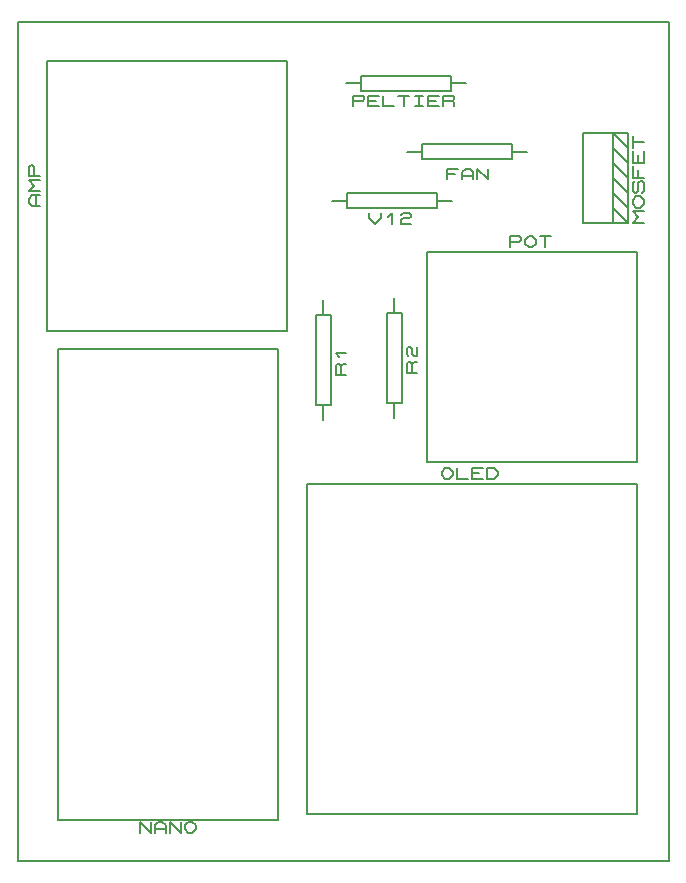
<source format=gbr>
G04 PROTEUS RS274X GERBER FILE*
%FSLAX45Y45*%
%MOMM*%
G01*
%ADD16C,0.203200*%
D16*
X-2900000Y-8200000D02*
X+2613000Y-8200000D01*
X+2613000Y-1097600D01*
X-2900000Y-1097600D01*
X-2900000Y-8200000D01*
X-2559700Y-7856200D02*
X-695400Y-7856200D01*
X-695400Y-3864200D01*
X-2559700Y-3864200D01*
X-2559700Y-7856200D01*
X-1866000Y-7962080D02*
X-1866000Y-7870640D01*
X-1770750Y-7962080D01*
X-1770750Y-7870640D01*
X-1739000Y-7962080D02*
X-1739000Y-7901120D01*
X-1707250Y-7870640D01*
X-1675500Y-7870640D01*
X-1643750Y-7901120D01*
X-1643750Y-7962080D01*
X-1739000Y-7931600D02*
X-1643750Y-7931600D01*
X-1612000Y-7962080D02*
X-1612000Y-7870640D01*
X-1516750Y-7962080D01*
X-1516750Y-7870640D01*
X-1485000Y-7901120D02*
X-1453250Y-7870640D01*
X-1421500Y-7870640D01*
X-1389750Y-7901120D01*
X-1389750Y-7931600D01*
X-1421500Y-7962080D01*
X-1453250Y-7962080D01*
X-1485000Y-7931600D01*
X-1485000Y-7901120D01*
X-451700Y-7800300D02*
X+2342300Y-7800300D01*
X+2342300Y-5006300D01*
X-451700Y-5006300D01*
X-451700Y-7800300D01*
X+691300Y-4904700D02*
X+723050Y-4874220D01*
X+754800Y-4874220D01*
X+786550Y-4904700D01*
X+786550Y-4935180D01*
X+754800Y-4965660D01*
X+723050Y-4965660D01*
X+691300Y-4935180D01*
X+691300Y-4904700D01*
X+818300Y-4874220D02*
X+818300Y-4965660D01*
X+913550Y-4965660D01*
X+1040550Y-4965660D02*
X+945300Y-4965660D01*
X+945300Y-4874220D01*
X+1040550Y-4874220D01*
X+945300Y-4919940D02*
X+1008800Y-4919940D01*
X+1072300Y-4965660D02*
X+1072300Y-4874220D01*
X+1135800Y-4874220D01*
X+1167550Y-4904700D01*
X+1167550Y-4935180D01*
X+1135800Y-4965660D01*
X+1072300Y-4965660D01*
X-2652000Y-3711000D02*
X-620000Y-3711000D01*
X-620000Y-1425000D01*
X-2652000Y-1425000D01*
X-2652000Y-3711000D01*
X-2712640Y-2658500D02*
X-2773600Y-2658500D01*
X-2804080Y-2626750D01*
X-2804080Y-2595000D01*
X-2773600Y-2563250D01*
X-2712640Y-2563250D01*
X-2743120Y-2658500D02*
X-2743120Y-2563250D01*
X-2712640Y-2531500D02*
X-2804080Y-2531500D01*
X-2758360Y-2483875D01*
X-2804080Y-2436250D01*
X-2712640Y-2436250D01*
X-2712640Y-2404500D02*
X-2804080Y-2404500D01*
X-2804080Y-2325125D01*
X-2788840Y-2309250D01*
X-2773600Y-2309250D01*
X-2758360Y-2325125D01*
X-2758360Y-2404500D01*
X+569000Y-4823700D02*
X+2347000Y-4823700D01*
X+2347000Y-3045700D01*
X+569000Y-3045700D01*
X+569000Y-4823700D01*
X+1267500Y-3005060D02*
X+1267500Y-2913620D01*
X+1346875Y-2913620D01*
X+1362750Y-2928860D01*
X+1362750Y-2944100D01*
X+1346875Y-2959340D01*
X+1267500Y-2959340D01*
X+1394500Y-2944100D02*
X+1426250Y-2913620D01*
X+1458000Y-2913620D01*
X+1489750Y-2944100D01*
X+1489750Y-2974580D01*
X+1458000Y-3005060D01*
X+1426250Y-3005060D01*
X+1394500Y-2974580D01*
X+1394500Y-2944100D01*
X+1521500Y-2913620D02*
X+1616750Y-2913620D01*
X+1569125Y-2913620D02*
X+1569125Y-3005060D01*
X+1409700Y-2197100D02*
X+1282700Y-2197100D01*
X+520700Y-2260600D02*
X+1282700Y-2260600D01*
X+1282700Y-2133600D01*
X+520700Y-2133600D01*
X+520700Y-2260600D01*
X+520700Y-2197100D02*
X+393700Y-2197100D01*
X+736600Y-2430780D02*
X+736600Y-2339340D01*
X+831850Y-2339340D01*
X+736600Y-2385060D02*
X+800100Y-2385060D01*
X+863600Y-2430780D02*
X+863600Y-2369820D01*
X+895350Y-2339340D01*
X+927100Y-2339340D01*
X+958850Y-2369820D01*
X+958850Y-2430780D01*
X+863600Y-2400300D02*
X+958850Y-2400300D01*
X+990600Y-2430780D02*
X+990600Y-2339340D01*
X+1085850Y-2430780D01*
X+1085850Y-2339340D01*
X+777000Y-2611100D02*
X+650000Y-2611100D01*
X-112000Y-2674600D02*
X+650000Y-2674600D01*
X+650000Y-2547600D01*
X-112000Y-2547600D01*
X-112000Y-2674600D01*
X-112000Y-2611100D02*
X-239000Y-2611100D01*
X+78500Y-2715240D02*
X+78500Y-2760960D01*
X+126125Y-2806680D01*
X+173750Y-2760960D01*
X+173750Y-2715240D01*
X+237250Y-2745720D02*
X+269000Y-2715240D01*
X+269000Y-2806680D01*
X+348375Y-2730480D02*
X+364250Y-2715240D01*
X+411875Y-2715240D01*
X+427750Y-2730480D01*
X+427750Y-2745720D01*
X+411875Y-2760960D01*
X+364250Y-2760960D01*
X+348375Y-2776200D01*
X+348375Y-2806680D01*
X+427750Y-2806680D01*
X+1887000Y-2798000D02*
X+2141000Y-2798000D01*
X+2141000Y-2036000D01*
X+1887000Y-2036000D01*
X+1887000Y-2798000D01*
X+2141000Y-2036000D02*
X+2268000Y-2036000D01*
X+2268000Y-2798000D01*
X+2141000Y-2798000D01*
X+2141000Y-2036000D02*
X+2268000Y-2163000D01*
X+2141000Y-2163000D02*
X+2268000Y-2290000D01*
X+2141000Y-2290000D02*
X+2268000Y-2417000D01*
X+2141000Y-2417000D02*
X+2268000Y-2544000D01*
X+2141000Y-2544000D02*
X+2268000Y-2671000D01*
X+2141000Y-2671000D02*
X+2268000Y-2798000D01*
X+2400080Y-2798000D02*
X+2308640Y-2798000D01*
X+2354360Y-2750375D01*
X+2308640Y-2702750D01*
X+2400080Y-2702750D01*
X+2339120Y-2671000D02*
X+2308640Y-2639250D01*
X+2308640Y-2607500D01*
X+2339120Y-2575750D01*
X+2369600Y-2575750D01*
X+2400080Y-2607500D01*
X+2400080Y-2639250D01*
X+2369600Y-2671000D01*
X+2339120Y-2671000D01*
X+2384840Y-2544000D02*
X+2400080Y-2528125D01*
X+2400080Y-2464625D01*
X+2384840Y-2448750D01*
X+2369600Y-2448750D01*
X+2354360Y-2464625D01*
X+2354360Y-2528125D01*
X+2339120Y-2544000D01*
X+2323880Y-2544000D01*
X+2308640Y-2528125D01*
X+2308640Y-2464625D01*
X+2323880Y-2448750D01*
X+2400080Y-2417000D02*
X+2308640Y-2417000D01*
X+2308640Y-2321750D01*
X+2354360Y-2417000D02*
X+2354360Y-2353500D01*
X+2400080Y-2194750D02*
X+2400080Y-2290000D01*
X+2308640Y-2290000D01*
X+2308640Y-2194750D01*
X+2354360Y-2290000D02*
X+2354360Y-2226500D01*
X+2308640Y-2163000D02*
X+2308640Y-2067750D01*
X+2308640Y-2115375D02*
X+2400080Y-2115375D01*
X+894700Y-1617700D02*
X+767700Y-1617700D01*
X+5700Y-1681200D02*
X+767700Y-1681200D01*
X+767700Y-1554200D01*
X+5700Y-1554200D01*
X+5700Y-1681200D01*
X+5700Y-1617700D02*
X-121300Y-1617700D01*
X-57800Y-1813280D02*
X-57800Y-1721840D01*
X+21575Y-1721840D01*
X+37450Y-1737080D01*
X+37450Y-1752320D01*
X+21575Y-1767560D01*
X-57800Y-1767560D01*
X+164450Y-1813280D02*
X+69200Y-1813280D01*
X+69200Y-1721840D01*
X+164450Y-1721840D01*
X+69200Y-1767560D02*
X+132700Y-1767560D01*
X+196200Y-1721840D02*
X+196200Y-1813280D01*
X+291450Y-1813280D01*
X+323200Y-1721840D02*
X+418450Y-1721840D01*
X+370825Y-1721840D02*
X+370825Y-1813280D01*
X+466075Y-1721840D02*
X+529575Y-1721840D01*
X+497825Y-1721840D02*
X+497825Y-1813280D01*
X+466075Y-1813280D02*
X+529575Y-1813280D01*
X+672450Y-1813280D02*
X+577200Y-1813280D01*
X+577200Y-1721840D01*
X+672450Y-1721840D01*
X+577200Y-1767560D02*
X+640700Y-1767560D01*
X+704200Y-1813280D02*
X+704200Y-1721840D01*
X+783575Y-1721840D01*
X+799450Y-1737080D01*
X+799450Y-1752320D01*
X+783575Y-1767560D01*
X+704200Y-1767560D01*
X+783575Y-1767560D02*
X+799450Y-1782800D01*
X+799450Y-1813280D01*
X-311400Y-3455700D02*
X-311400Y-3582700D01*
X-374900Y-4344700D02*
X-247900Y-4344700D01*
X-247900Y-3582700D01*
X-374900Y-3582700D01*
X-374900Y-4344700D01*
X-311400Y-4344700D02*
X-311400Y-4471700D01*
X-115820Y-4090700D02*
X-207260Y-4090700D01*
X-207260Y-4011325D01*
X-192020Y-3995450D01*
X-176780Y-3995450D01*
X-161540Y-4011325D01*
X-161540Y-4090700D01*
X-161540Y-4011325D02*
X-146300Y-3995450D01*
X-115820Y-3995450D01*
X-176780Y-3931950D02*
X-207260Y-3900200D01*
X-115820Y-3900200D01*
X+290000Y-3436000D02*
X+290000Y-3563000D01*
X+226500Y-4325000D02*
X+353500Y-4325000D01*
X+353500Y-3563000D01*
X+226500Y-3563000D01*
X+226500Y-4325000D01*
X+290000Y-4325000D02*
X+290000Y-4452000D01*
X+485580Y-4071000D02*
X+394140Y-4071000D01*
X+394140Y-3991625D01*
X+409380Y-3975750D01*
X+424620Y-3975750D01*
X+439860Y-3991625D01*
X+439860Y-4071000D01*
X+439860Y-3991625D02*
X+455100Y-3975750D01*
X+485580Y-3975750D01*
X+409380Y-3928125D02*
X+394140Y-3912250D01*
X+394140Y-3864625D01*
X+409380Y-3848750D01*
X+424620Y-3848750D01*
X+439860Y-3864625D01*
X+439860Y-3912250D01*
X+455100Y-3928125D01*
X+485580Y-3928125D01*
X+485580Y-3848750D01*
M02*

</source>
